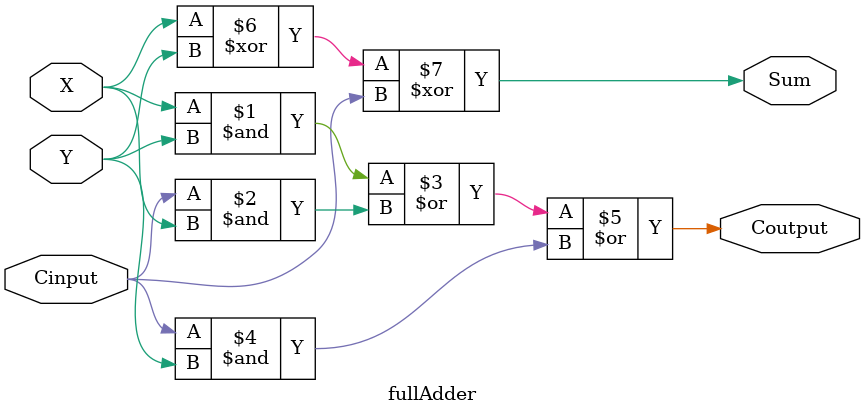
<source format=v>
module part2(SW, LEDR);

	input [9:0]SW;
	output [9:0]LEDR;
	
	rippleAdder r0(SW[7:4], SW[3:0], SW[8], LEDR[9], LEDR[3:0]);
	
endmodule

module rippleAdder(A, B, Cin, Cout, S);

	input [3:0]A, B;
	input Cin;
	output Cout;
	output [3:0]S;
	
	wire c1, c2, c3;
	
	fullAdder u0(A[0], B[0], Cin, c1, S[0]);
	fullAdder u1(A[1], B[1], c1, c2, S[1]);
	fullAdder u2(A[2], B[2], c2, c3, S[2]);
	fullAdder u3(A[3], B[3], c3, Cout, S[3]);
	
	
endmodule

module fullAdder(X, Y, Cinput, Coutput, Sum);

	input X, Y, Cinput;
	output Coutput, Sum;
	
	assign Coutput = (X & Y) | (Cinput & X) | (Cinput & Y);
	assign Sum = X ^ Y ^ Cinput;
endmodule


</source>
